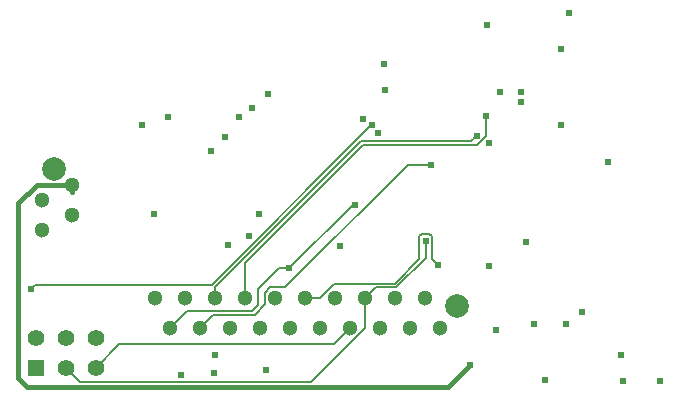
<source format=gbr>
G04 #@! TF.GenerationSoftware,KiCad,Pcbnew,(5.1.10-1-10_14)*
G04 #@! TF.CreationDate,2021-10-01T01:12:16-04:00*
G04 #@! TF.ProjectId,throttle,7468726f-7474-46c6-952e-6b696361645f,rev?*
G04 #@! TF.SameCoordinates,Original*
G04 #@! TF.FileFunction,Copper,L2,Inr*
G04 #@! TF.FilePolarity,Positive*
%FSLAX46Y46*%
G04 Gerber Fmt 4.6, Leading zero omitted, Abs format (unit mm)*
G04 Created by KiCad (PCBNEW (5.1.10-1-10_14)) date 2021-10-01 01:12:16*
%MOMM*%
%LPD*%
G01*
G04 APERTURE LIST*
G04 #@! TA.AperFunction,ComponentPad*
%ADD10C,1.300000*%
G04 #@! TD*
G04 #@! TA.AperFunction,ComponentPad*
%ADD11C,2.000000*%
G04 #@! TD*
G04 #@! TA.AperFunction,ComponentPad*
%ADD12C,1.400000*%
G04 #@! TD*
G04 #@! TA.AperFunction,ComponentPad*
%ADD13R,1.400000X1.400000*%
G04 #@! TD*
G04 #@! TA.AperFunction,ViaPad*
%ADD14C,0.609600*%
G04 #@! TD*
G04 #@! TA.AperFunction,Conductor*
%ADD15C,0.152400*%
G04 #@! TD*
G04 #@! TA.AperFunction,Conductor*
%ADD16C,0.381000*%
G04 #@! TD*
G04 APERTURE END LIST*
D10*
X174650000Y-82360000D03*
X174650000Y-79820000D03*
X172110000Y-81090000D03*
X172110000Y-83630000D03*
D11*
X173150000Y-78420000D03*
D10*
X200775000Y-91900000D03*
X203315000Y-91900000D03*
X205855000Y-91900000D03*
X198235000Y-91900000D03*
X204585000Y-89360000D03*
X202045000Y-89360000D03*
X199505000Y-89360000D03*
X196965000Y-89360000D03*
X195695000Y-91900000D03*
X194425000Y-89360000D03*
X193155000Y-91900000D03*
X191885000Y-89360000D03*
X190615000Y-91900000D03*
X189345000Y-89360000D03*
X188075000Y-91900000D03*
X186805000Y-89360000D03*
X185535000Y-91900000D03*
X184265000Y-89360000D03*
X182995000Y-91900000D03*
X181725000Y-89360000D03*
D11*
X207255000Y-90100000D03*
D12*
X176680000Y-92785000D03*
X176680000Y-95325000D03*
X174140000Y-92785000D03*
X174140000Y-95325000D03*
X171600000Y-92785000D03*
D13*
X171600000Y-95325000D03*
D14*
X221300000Y-96450000D03*
X201125000Y-69550000D03*
X201150000Y-71750000D03*
X181600000Y-82300000D03*
X190500000Y-82300000D03*
X183925000Y-95900000D03*
X187867657Y-84857343D03*
X216775000Y-65225000D03*
X216100000Y-68270000D03*
X216525000Y-91575000D03*
X213825000Y-91600000D03*
X212700000Y-71975000D03*
X189650000Y-84150000D03*
X180625000Y-74700000D03*
X197400000Y-84975000D03*
X186775000Y-94225000D03*
X191075000Y-95450000D03*
X216050000Y-74770000D03*
X220090000Y-77870000D03*
X199325000Y-74250000D03*
X182850000Y-74075000D03*
X213150000Y-84675000D03*
X187600000Y-75775000D03*
X186475000Y-76950000D03*
X204616590Y-84547838D03*
X193075000Y-86850000D03*
X198625000Y-81475000D03*
X212700000Y-72825000D03*
X200575000Y-75450000D03*
X209800000Y-66275000D03*
X200050000Y-74775000D03*
X171200000Y-88600000D03*
X209950000Y-86650000D03*
X191300000Y-72075000D03*
X221200000Y-94225000D03*
X189900000Y-73275809D03*
X188850000Y-74075000D03*
X210625000Y-92122710D03*
X214750000Y-96325000D03*
X217900000Y-90547040D03*
X208375000Y-95075000D03*
X224450000Y-96450000D03*
X205650000Y-86550000D03*
X186725000Y-95725000D03*
X209700000Y-73950000D03*
X208950000Y-75650000D03*
X205075000Y-78083400D03*
X210922799Y-71922000D03*
X209950000Y-76300000D03*
D15*
X202118615Y-88481399D02*
X204616590Y-85983424D01*
X204616590Y-84978890D02*
X204616590Y-84547838D01*
X200383601Y-88481399D02*
X202118615Y-88481399D01*
X199505000Y-89360000D02*
X200383601Y-88481399D01*
X204616590Y-85983424D02*
X204616590Y-84978890D01*
X199505000Y-91930330D02*
X194916230Y-96519100D01*
X175334100Y-96519100D02*
X174839999Y-96024999D01*
X174839999Y-96024999D02*
X174140000Y-95325000D01*
X199505000Y-89360000D02*
X199505000Y-91930330D01*
X194916230Y-96519100D02*
X175334100Y-96519100D01*
X184195000Y-90700000D02*
X183644999Y-91250001D01*
X183644999Y-91250001D02*
X182995000Y-91900000D01*
X192550000Y-86850000D02*
X193075000Y-86850000D01*
X192550000Y-86850000D02*
X192663604Y-86850000D01*
X198450000Y-81475000D02*
X198625000Y-81475000D01*
X193075000Y-86850000D02*
X198450000Y-81475000D01*
X189914811Y-90485189D02*
X190450000Y-89950000D01*
X182995000Y-91900000D02*
X184409811Y-90485189D01*
X184409811Y-90485189D02*
X189914811Y-90485189D01*
X190450000Y-88650000D02*
X192250000Y-86850000D01*
X190450000Y-89950000D02*
X190450000Y-88650000D01*
X192250000Y-86850000D02*
X192550000Y-86850000D01*
X200025000Y-74750000D02*
X200100000Y-74675000D01*
X199992901Y-74782099D02*
X200100000Y-74675000D01*
X171550000Y-88250000D02*
X171200000Y-88600000D01*
X200100000Y-74675000D02*
X186525000Y-88250000D01*
X186525000Y-88250000D02*
X171550000Y-88250000D01*
X178705000Y-93300000D02*
X176680000Y-95325000D01*
X198235000Y-91900000D02*
X196835000Y-93300000D01*
X196835000Y-93300000D02*
X178705000Y-93300000D01*
D16*
X174650000Y-79820000D02*
X174650000Y-80450000D01*
X173730762Y-79820000D02*
X174650000Y-79820000D01*
X206511789Y-96938211D02*
X170913211Y-96938211D01*
X170913211Y-96938211D02*
X170150000Y-96175000D01*
X208375000Y-95075000D02*
X206511789Y-96938211D01*
X170150000Y-96175000D02*
X170150000Y-81375000D01*
X170150000Y-81375000D02*
X171705000Y-79820000D01*
X171705000Y-79820000D02*
X173730762Y-79820000D01*
D15*
X205150000Y-86050000D02*
X205650000Y-86550000D01*
X205150000Y-84175000D02*
X205150000Y-86050000D01*
X204900000Y-83925000D02*
X205150000Y-84175000D01*
X204300000Y-83925000D02*
X204900000Y-83925000D01*
X195664670Y-89360000D02*
X196849670Y-88175000D01*
X194425000Y-89360000D02*
X195664670Y-89360000D01*
X196849670Y-88175000D02*
X201993948Y-88175000D01*
X201993948Y-88175000D02*
X204050000Y-86118948D01*
X204050000Y-86118948D02*
X204050000Y-84175000D01*
X204050000Y-84175000D02*
X204300000Y-83925000D01*
X209700000Y-74381052D02*
X209700000Y-73950000D01*
X208964434Y-76425000D02*
X209700000Y-75689434D01*
X209700000Y-75689434D02*
X209700000Y-74381052D01*
X199350000Y-76425000D02*
X208964434Y-76425000D01*
X189345000Y-86430000D02*
X199350000Y-76425000D01*
X189345000Y-89360000D02*
X189345000Y-86430000D01*
X208479811Y-76120189D02*
X208645201Y-75954799D01*
X208645201Y-75954799D02*
X208950000Y-75650000D01*
X199125573Y-76120189D02*
X208479811Y-76120189D01*
X186805000Y-88440762D02*
X199125573Y-76120189D01*
X186805000Y-89360000D02*
X186805000Y-88440762D01*
X204643948Y-78083400D02*
X205075000Y-78083400D01*
X203131522Y-78083400D02*
X204643948Y-78083400D01*
X192733523Y-88481399D02*
X203131522Y-78083400D01*
X191463271Y-88481399D02*
X192733523Y-88481399D01*
X191006399Y-89924668D02*
X191006399Y-88938271D01*
X186645000Y-90790000D02*
X190141067Y-90790000D01*
X190141067Y-90790000D02*
X191006399Y-89924668D01*
X191006399Y-88938271D02*
X191463271Y-88481399D01*
X185535000Y-91900000D02*
X186645000Y-90790000D01*
M02*

</source>
